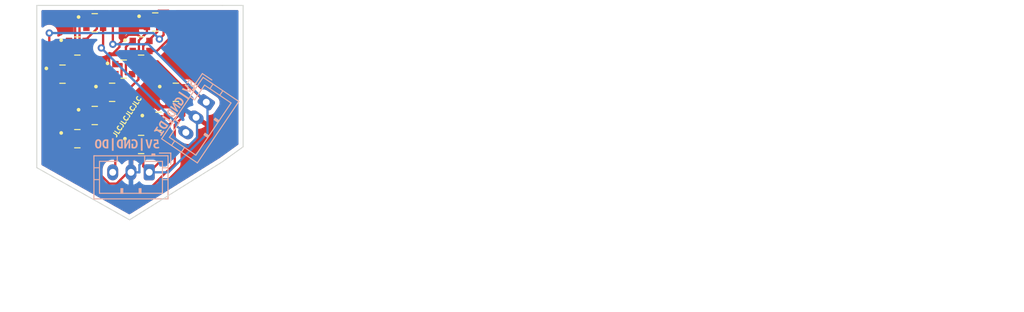
<source format=kicad_pcb>
(kicad_pcb (version 20211014) (generator pcbnew)
  (layers (0 "F.Cu" signal) (31 "B.Cu" signal) (34 "B.Paste" user) (35 "F.Paste" user) (36 "B.SilkS" user "B.Silkscreen") (37 "F.SilkS" user "F.Silkscreen") (38 "B.Mask" user) (39 "F.Mask" user) (44 "Edge.Cuts" user))
  (net 0 "")
  (net 1 "+5V")
  (net 2 "GND")
  (net 3 "Net-(IN1-Pad3)")
  (net 4 "Net-(OUT1-Pad3)")
  (net 5 "Net-(U1-Pad1)")
  (net 6 "Net-(U3-Pad1)")
  (net 7 "Net-(U5-Pad1)")
  (net 8 "Net-(U8-Pad1)")
  (net 9 "Net-(U10-Pad3)")
  (net 10 "Net-(U10-Pad1)")
  (net 11 "Net-(U11-Pad1)")
  (net 12 "Net-(U7-Pad1)")
  (net 13 "Net-(U2-Pad1)")
  (net 14 "Net-(U4-Pad1)")
  (net 15 "Net-(U6-Pad1)")
  (footprint "WS2812-2020:LED_WS2812-2020" (layer "F.Cu") (at 86.005 31.03)
    (fp_text reference "U4" hide)
    (fp_text value "WS2812-2020" hide)
    (fp_line (start -0.3 -1) (end 0.3 -1) (layer "F.SilkS") (width 0.127))
    (fp_line (start -0.3 1) (end 0.3 1) (layer "F.SilkS") (width 0.127))
    (fp_circle (center -1.77 -0.63) (end -1.667044 -0.63) (layer "F.SilkS") (width 0.2) (fill none))
    (pad "1" smd rect (at -0.915 -0.55) (size 0.7 0.7) (layers "F.Cu" "F.Paste" "F.Mask") (net 14 "Net-(U4-Pad1)"))
    (pad "2" smd rect (at -0.915 0.55) (size 0.7 0.7) (layers "F.Cu" "F.Paste" "F.Mask") (net 2 "GND"))
    (pad "3" smd rect (at 0.915 0.55 180) (size 0.7 0.7) (layers "F.Cu" "F.Paste" "F.Mask") (net 6 "Net-(U3-Pad1)"))
    (pad "4" smd rect (at 0.915 -0.55 180) (size 0.7 0.7) (layers "F.Cu" "F.Paste" "F.Mask") (net 1 "+5V"))
  )
  (footprint "WS2812-2020:LED_WS2812-2020" (layer "F.Cu") (at 86.36 41.91)
    (fp_text reference "U11" hide)
    (fp_text value "WS2812-2020" hide)
    (fp_line (start -0.3 1) (end 0.3 1) (layer "F.SilkS") (width 0.127))
    (fp_line (start -0.3 -1) (end 0.3 -1) (layer "F.SilkS") (width 0.127))
    (fp_circle (center -1.77 -0.63) (end -1.667044 -0.63) (layer "F.SilkS") (width 0.2) (fill none))
    (pad "1" smd rect (at -0.915 -0.55) (size 0.7 0.7) (layers "F.Cu" "F.Paste" "F.Mask") (net 11 "Net-(U11-Pad1)"))
    (pad "2" smd rect (at -0.915 0.55) (size 0.7 0.7) (layers "F.Cu" "F.Paste" "F.Mask") (net 2 "GND"))
    (pad "3" smd rect (at 0.915 0.55 180) (size 0.7 0.7) (layers "F.Cu" "F.Paste" "F.Mask") (net 10 "Net-(U10-Pad1)"))
    (pad "4" smd rect (at 0.915 -0.55 180) (size 0.7 0.7) (layers "F.Cu" "F.Paste" "F.Mask") (net 1 "+5V"))
  )
  (footprint "WS2812-2020:LED_WS2812-2020" (layer "F.Cu") (at 77.47 43.815)
    (fp_text reference "U9" hide)
    (fp_text value "WS2812-2020" hide)
    (fp_line (start -0.3 -1) (end 0.3 -1) (layer "F.SilkS") (width 0.127))
    (fp_line (start -0.3 1) (end 0.3 1) (layer "F.SilkS") (width 0.127))
    (fp_circle (center -1.77 -0.63) (end -1.667044 -0.63) (layer "F.SilkS") (width 0.2) (fill none))
    (pad "1" smd rect (at -0.915 -0.55) (size 0.7 0.7) (layers "F.Cu" "F.Paste" "F.Mask") (net 9 "Net-(U10-Pad3)"))
    (pad "2" smd rect (at -0.915 0.55) (size 0.7 0.7) (layers "F.Cu" "F.Paste" "F.Mask") (net 2 "GND"))
    (pad "3" smd rect (at 0.915 0.55 180) (size 0.7 0.7) (layers "F.Cu" "F.Paste" "F.Mask") (net 8 "Net-(U8-Pad1)"))
    (pad "4" smd rect (at 0.915 -0.55 180) (size 0.7 0.7) (layers "F.Cu" "F.Paste" "F.Mask") (net 1 "+5V"))
  )
  (footprint "WS2812-2020:LED_WS2812-2020" (layer "F.Cu") (at 79.375 31.115)
    (fp_text reference "U1" hide)
    (fp_text value "WS2812-2020" hide)
    (fp_line (start -0.3 -1) (end 0.3 -1) (layer "F.SilkS") (width 0.127))
    (fp_line (start -0.3 1) (end 0.3 1) (layer "F.SilkS") (width 0.127))
    (fp_circle (center -1.77 -0.63) (end -1.667044 -0.63) (layer "F.SilkS") (width 0.2) (fill none))
    (pad "1" smd rect (at -0.915 -0.55) (size 0.7 0.7) (layers "F.Cu" "F.Paste" "F.Mask") (net 5 "Net-(U1-Pad1)"))
    (pad "2" smd rect (at -0.915 0.55) (size 0.7 0.7) (layers "F.Cu" "F.Paste" "F.Mask") (net 2 "GND"))
    (pad "3" smd rect (at 0.915 0.55 180) (size 0.7 0.7) (layers "F.Cu" "F.Paste" "F.Mask") (net 3 "Net-(IN1-Pad3)"))
    (pad "4" smd rect (at 0.915 -0.55 180) (size 0.7 0.7) (layers "F.Cu" "F.Paste" "F.Mask") (net 1 "+5V"))
  )
  (footprint "WS2812-2020:LED_WS2812-2020" (layer "F.Cu") (at 84.455 33.655)
    (fp_text reference "U5" hide)
    (fp_text value "WS2812-2020" hide)
    (fp_line (start -0.3 1) (end 0.3 1) (layer "F.SilkS") (width 0.127))
    (fp_line (start -0.3 -1) (end 0.3 -1) (layer "F.SilkS") (width 0.127))
    (fp_circle (center -1.77 -0.63) (end -1.667044 -0.63) (layer "F.SilkS") (width 0.2) (fill none))
    (pad "1" smd rect (at -0.915 -0.55) (size 0.7 0.7) (layers "F.Cu" "F.Paste" "F.Mask") (net 7 "Net-(U5-Pad1)"))
    (pad "2" smd rect (at -0.915 0.55) (size 0.7 0.7) (layers "F.Cu" "F.Paste" "F.Mask") (net 2 "GND"))
    (pad "3" smd rect (at 0.915 0.55 180) (size 0.7 0.7) (layers "F.Cu" "F.Paste" "F.Mask") (net 14 "Net-(U4-Pad1)"))
    (pad "4" smd rect (at 0.915 -0.55 180) (size 0.7 0.7) (layers "F.Cu" "F.Paste" "F.Mask") (net 1 "+5V"))
  )
  (footprint "WS2812-2020:LED_WS2812-2020" (layer "F.Cu") (at 75.845 36.745)
    (fp_text reference "U3" hide)
    (fp_text value "WS2812-2020" hide)
    (fp_line (start -0.3 -1) (end 0.3 -1) (layer "F.SilkS") (width 0.127))
    (fp_line (start -0.3 1) (end 0.3 1) (layer "F.SilkS") (width 0.127))
    (fp_circle (center -1.77 -0.63) (end -1.667044 -0.63) (layer "F.SilkS") (width 0.2) (fill none))
    (pad "1" smd rect (at -0.915 -0.55) (size 0.7 0.7) (layers "F.Cu" "F.Paste" "F.Mask") (net 6 "Net-(U3-Pad1)"))
    (pad "2" smd rect (at -0.915 0.55) (size 0.7 0.7) (layers "F.Cu" "F.Paste" "F.Mask") (net 2 "GND"))
    (pad "3" smd rect (at 0.915 0.55 180) (size 0.7 0.7) (layers "F.Cu" "F.Paste" "F.Mask") (net 13 "Net-(U2-Pad1)"))
    (pad "4" smd rect (at 0.915 -0.55 180) (size 0.7 0.7) (layers "F.Cu" "F.Paste" "F.Mask") (net 1 "+5V"))
  )
  (footprint "WS2812-2020:LED_WS2812-2020" (layer "F.Cu") (at 79.375 41.275)
    (fp_text reference "U8" hide)
    (fp_text value "WS2812-2020" hide)
    (fp_line (start -0.3 1) (end 0.3 1) (layer "F.SilkS") (width 0.127))
    (fp_line (start -0.3 -1) (end 0.3 -1) (layer "F.SilkS") (width 0.127))
    (fp_circle (center -1.77 -0.63) (end -1.667044 -0.63) (layer "F.SilkS") (width 0.2) (fill none))
    (pad "1" smd rect (at -0.915 -0.55) (size 0.7 0.7) (layers "F.Cu" "F.Paste" "F.Mask") (net 8 "Net-(U8-Pad1)"))
    (pad "2" smd rect (at -0.915 0.55) (size 0.7 0.7) (layers "F.Cu" "F.Paste" "F.Mask") (net 2 "GND"))
    (pad "3" smd rect (at 0.915 0.55 180) (size 0.7 0.7) (layers "F.Cu" "F.Paste" "F.Mask") (net 12 "Net-(U7-Pad1)"))
    (pad "4" smd rect (at 0.915 -0.55 180) (size 0.7 0.7) (layers "F.Cu" "F.Paste" "F.Mask") (net 1 "+5V"))
  )
  (footprint "WS2812-2020:LED_WS2812-2020" (layer "F.Cu") (at 88.265 38.735)
    (fp_text reference "U10" hide)
    (fp_text value "WS2812-2020" hide)
    (fp_line (start -0.3 1) (end 0.3 1) (layer "F.SilkS") (width 0.127))
    (fp_line (start -0.3 -1) (end 0.3 -1) (layer "F.SilkS") (width 0.127))
    (fp_circle (center -1.77 -0.63) (end -1.667044 -0.63) (layer "F.SilkS") (width 0.2) (fill none))
    (pad "1" smd rect (at -0.915 -0.55) (size 0.7 0.7) (layers "F.Cu" "F.Paste" "F.Mask") (net 10 "Net-(U10-Pad1)"))
    (pad "2" smd rect (at -0.915 0.55) (size 0.7 0.7) (layers "F.Cu" "F.Paste" "F.Mask") (net 2 "GND"))
    (pad "3" smd rect (at 0.915 0.55 180) (size 0.7 0.7) (layers "F.Cu" "F.Paste" "F.Mask") (net 9 "Net-(U10-Pad3)"))
    (pad "4" smd rect (at 0.915 -0.55 180) (size 0.7 0.7) (layers "F.Cu" "F.Paste" "F.Mask") (net 1 "+5V"))
  )
  (footprint "WS2812-2020:LED_WS2812-2020" (layer "F.Cu") (at 84.455 44.45)
    (fp_text reference "U12" hide)
    (fp_text value "WS2812-2020" hide)
    (fp_line (start -0.3 -1) (end 0.3 -1) (layer "F.SilkS") (width 0.127))
    (fp_line (start -0.3 1) (end 0.3 1) (layer "F.SilkS") (width 0.127))
    (fp_circle (center -1.77 -0.63) (end -1.667044 -0.63) (layer "F.SilkS") (width 0.2) (fill none))
    (pad "1" smd rect (at -0.915 -0.55) (size 0.7 0.7) (layers "F.Cu" "F.Paste" "F.Mask") (net 4 "Net-(OUT1-Pad3)"))
    (pad "2" smd rect (at -0.915 0.55) (size 0.7 0.7) (layers "F.Cu" "F.Paste" "F.Mask") (net 2 "GND"))
    (pad "3" smd rect (at 0.915 0.55 180) (size 0.7 0.7) (layers "F.Cu" "F.Paste" "F.Mask") (net 11 "Net-(U11-Pad1)"))
    (pad "4" smd rect (at 0.915 -0.55 180) (size 0.7 0.7) (layers "F.Cu" "F.Paste" "F.Mask") (net 1 "+5V"))
  )
  (footprint "WS2812-2020:LED_WS2812-2020" (layer "F.Cu") (at 81.28 38.735)
    (fp_text reference "U7" hide)
    (fp_text value "WS2812-2020" hide)
    (fp_line (start -0.3 1) (end 0.3 1) (layer "F.SilkS") (width 0.127))
    (fp_line (start -0.3 -1) (end 0.3 -1) (layer "F.SilkS") (width 0.127))
    (fp_circle (center -1.77 -0.63) (end -1.667044 -0.63) (layer "F.SilkS") (width 0.2) (fill none))
    (pad "1" smd rect (at -0.915 -0.55) (size 0.7 0.7) (layers "F.Cu" "F.Paste" "F.Mask") (net 12 "Net-(U7-Pad1)"))
    (pad "2" smd rect (at -0.915 0.55) (size 0.7 0.7) (layers "F.Cu" "F.Paste" "F.Mask") (net 2 "GND"))
    (pad "3" smd rect (at 0.915 0.55 180) (size 0.7 0.7) (layers "F.Cu" "F.Paste" "F.Mask") (net 15 "Net-(U6-Pad1)"))
    (pad "4" smd rect (at 0.915 -0.55 180) (size 0.7 0.7) (layers "F.Cu" "F.Paste" "F.Mask") (net 1 "+5V"))
  )
  (footprint "WS2812-2020:LED_WS2812-2020" (layer "F.Cu") (at 77.47 33.655)
    (fp_text reference "U2" hide)
    (fp_text value "WS2812-2020" hide)
    (fp_line (start -0.3 -1) (end 0.3 -1) (layer "F.SilkS") (width 0.127))
    (fp_line (start -0.3 1) (end 0.3 1) (layer "F.SilkS") (width 0.127))
    (fp_circle (center -1.77 -0.63) (end -1.667044 -0.63) (layer "F.SilkS") (width 0.2) (fill none))
    (pad "1" smd rect (at -0.915 -0.55) (size 0.7 0.7) (layers "F.Cu" "F.Paste" "F.Mask") (net 13 "Net-(U2-Pad1)"))
    (pad "2" smd rect (at -0.915 0.55) (size 0.7 0.7) (layers "F.Cu" "F.Paste" "F.Mask") (net 2 "GND"))
    (pad "3" smd rect (at 0.915 0.55 180) (size 0.7 0.7) (layers "F.Cu" "F.Paste" "F.Mask") (net 5 "Net-(U1-Pad1)"))
    (pad "4" smd rect (at 0.915 -0.55 180) (size 0.7 0.7) (layers "F.Cu" "F.Paste" "F.Mask") (net 1 "+5V"))
  )
  (footprint "WS2812-2020:LED_WS2812-2020" (layer "F.Cu") (at 82.55 36.195)
    (fp_text reference "U6" hide)
    (fp_text value "WS2812-2020" hide)
    (fp_line (start -0.3 1) (end 0.3 1) (layer "F.SilkS") (width 0.127))
    (fp_line (start -0.3 -1) (end 0.3 -1) (layer "F.SilkS") (width 0.127))
    (fp_circle (center -1.77 -0.63) (end -1.667044 -0.63) (layer "F.SilkS") (width 0.2) (fill none))
    (pad "1" smd rect (at -0.915 -0.55) (size 0.7 0.7) (layers "F.Cu" "F.Paste" "F.Mask") (net 15 "Net-(U6-Pad1)"))
    (pad "2" smd rect (at -0.915 0.55) (size 0.7 0.7) (layers "F.Cu" "F.Paste" "F.Mask") (net 2 "GND"))
    (pad "3" smd rect (at 0.915 0.55 180) (size 0.7 0.7) (layers "F.Cu" "F.Paste" "F.Mask") (net 7 "Net-(U5-Pad1)"))
    (pad "4" smd rect (at 0.915 -0.55 180) (size 0.7 0.7) (layers "F.Cu" "F.Paste" "F.Mask") (net 1 "+5V"))
  )
  (footprint "kibuzzard-62A46BC2" (layer "B.Cu") (at 88.265 40.386 -124)
    (fp_text reference "kibuzzard-62A46BC2" hide)
    (fp_text value "G***" hide)
    (fp_poly (pts (xy -0.681038 0.411163) (xy -0.798513 0.385763) (xy -0.877094 0.315119) (xy -0.921544 0.207169) (xy -0.931664 0.141089) (xy -0.935038 0.068263) (xy -0.928864 -0.038894) (xy -0.910343 -0.125413) (xy -0.879475 -0.191294) (xy -0.810816 -0.253802) (xy -0.715963 -0.274638) (xy -0.677863 -0.27305) (xy -0.639763 -0.268288) (xy -0.639763 0.090488) (xy -0.4445 0.090488) (xy -0.4445 -0.40005) (xy -0.553244 -0.428625) (xy -0.634802 -0.440531) (xy -0.731838 -0.4445) (xy -0.819348 -0.436364) (xy -0.897731 -0.411956) (xy -0.966192 -0.371475) (xy -1.023938 -0.315119) (xy -1.070372 -0.242888) (xy -1.1049 -0.154781) (xy -1.126331 -0.050998) (xy -1.133475 0.068263) (xy -1.125141 0.186333) (xy -1.100138 0.289719) (xy -1.060847 0.378023) (xy -1.00965 0.45085) (xy -0.947341 0.507802) (xy -0.874713 0.548481) (xy -0.794147 0.572889) (xy -0.708025 0.581025) (xy -0.605631 0.572294) (xy -0.52705 0.55245) (xy -0.472281 0.528638) (xy -0.439738 0.509588) (xy -0.490538 0.354013) (xy -0.576263 0.3937) (xy -0.681038 0.411163)) (layer "B.SilkS") (width 0) (fill solid))
    (fp_poly (pts (xy -1.67005 0.6858) (xy -1.4732 0.6858) (xy -1.4732 -0.6858) (xy -1.67005 -0.6858) (xy -1.67005 0.6858)) (layer "B.SilkS") (width 0) (fill solid))
    (fp_poly (pts (xy -2.468563 -0.423863) (xy -2.507853 -0.307181) (xy -2.549525 -0.176213) (xy -2.577571 -0.084226) (xy -2.604558 0.007585) (xy -2.630488 0.099219) (xy -2.655006 0.189089) (xy -2.67776 0.275608) (xy -2.69875 0.358775) (xy -2.724944 0.4699) (xy -2.7432 0.5588) (xy -2.536825 0.5588) (xy -2.524919 0.476448) (xy -2.50825 0.381794) (xy -2.488208 0.2794) (xy -2.466181 0.173831) (xy -2.442369 0.067469) (xy -2.416969 -0.037306) (xy -2.390973 -0.13593) (xy -2.365375 -0.223838) (xy -2.339975 -0.13712) (xy -2.314575 -0.038894) (xy -2.289969 0.065881) (xy -2.26695 0.172244) (xy -2.245519 0.278011) (xy -2.225675 0.381) (xy -2.208213 0.47625) (xy -2.193925 0.5588) (xy -1.989138 0.5588) (xy -2.01037 0.457994) (xy -2.035969 0.346075) (xy -2.065734 0.225623) (xy -2.099469 0.099219) (xy -2.124075 0.012435) (xy -2.150269 -0.075406) (xy -2.17805 -0.164306) (xy -2.206978 -0.252765) (xy -2.236611 -0.339284) (xy -2.26695 -0.423863) (xy -2.468563 -0.423863)) (layer "B.SilkS") (width 0) (fill solid))
    (fp_poly (pts (xy 2.74955 0.068263) (xy 2.499519 -0.17145) (xy 2.539206 -0.065881) (xy 2.548136 -0.001786) (xy 2.551113 0.068263) (xy 2.541588 0.192088) (xy 2.50825 0.29845) (xy 2.443163 0.372269) (xy 2.3368 0.40005) (xy 2.308225 0.399256) (xy 2.27965 0.395288) (xy 2.27965 -0.265113) (xy 2.297113 -0.2667) (xy 2.314575 -0.2667) (xy 2.426494 -0.2413) (xy 2.499519 -0.17145) (xy 2.74955 0.068263) (xy 2.741017 -0.058142) (xy 2.715419 -0.164306) (xy 2.674739 -0.25142) (xy 2.620963 -0.320675) (xy 2.554883 -0.372864) (xy 2.477294 -0.408781) (xy 2.389783 -0.429617) (xy 2.293938 -0.436563) (xy 2.191544 -0.431006) (xy 2.084388 -0.41275) (xy 2.084388 0.5461) (xy 2.2098 0.56515) (xy 2.319338 0.569913) (xy 2.412008 0.562769) (xy 2.496344 0.541338) (xy 2.570361 0.504627) (xy 2.632075 0.451644) (xy 2.681486 0.382191) (xy 2.718594 0.296069) (xy 2.741811 0.191889) (xy 2.74955 0.068263)) (layer "B.SilkS") (width 0) (fill solid))
    (fp_poly (pts (xy 2.878138 -0.423863) (xy 2.878138 -0.261938) (xy 3.09245 -0.261938) (xy 3.09245 0.396875) (xy 2.878138 0.396875) (xy 2.878138 0.5588) (xy 3.502025 0.5588) (xy 3.502025 0.396875) (xy 3.2893 0.396875) (xy 3.2893 -0.261938) (xy 3.502025 -0.261938) (xy 3.502025 -0.423863) (xy 2.878138 -0.423863)) (layer "B.SilkS") (width 0) (fill solid))
    (fp_poly (pts (xy 1.50495 0.6858) (xy 1.7018 0.6858) (xy 1.7018 -0.6858) (xy 1.50495 -0.6858) (xy 1.50495 0.6858)) (layer "B.SilkS") (width 0) (fill solid))
    (fp_poly (pts (xy 1.16205 0.068263) (xy 0.912019 -0.17145) (xy 0.951706 -0.065881) (xy 0.960636 -0.001786) (xy 0.963613 0.068263) (xy 0.954088 0.192088) (xy 0.92075 0.29845) (xy 0.855663 0.372269) (xy 0.7493 0.40005) (xy 0.720725 0.399256) (xy 0.69215 0.395288) (xy 0.69215 -0.265113) (xy 0.709613 -0.2667) (xy 0.727075 -0.2667) (xy 0.838994 -0.2413) (xy 0.912019 -0.17145) (xy 1.16205 0.068263) (xy 1.153517 -0.058142) (xy 1.127919 -0.164306) (xy 1.087239 -0.25142) (xy 1.033463 -0.320675) (xy 0.967383 -0.372864) (xy 0.889794 -0.408781) (xy 0.802283 -0.429617) (xy 0.706438 -0.436563) (xy 0.604044 -0.431006) (xy 0.496888 -0.41275) (xy 0.496888 0.5461) (xy 0.6223 0.56515) (xy 0.731838 0.569913) (xy 0.824508 0.562769) (xy 0.908844 0.541338) (xy 0.982861 0.504627) (xy 1.044575 0.451644) (xy 1.093986 0.382191) (xy 1.131094 0.296069) (xy 1.154311 0.191889) (xy 1.16205 0.068263)) (layer "B.SilkS") (width 0) (fill solid))
    (fp_poly (pts (xy 0.180975 -0.423863) (xy 0.135202 -0.314942) (xy 0.086783 -0.206199) (xy 0.035719 -0.097631) (xy -0.017992 0.010936) (xy -0.074348 0.11968) (xy -0.13335 0.2286) (xy -0.13335 -0.423863) (xy -0.309563 -0.423863) (xy -0.309563 0.5588) (xy -0.1524 0.5588) (xy -0.10795 0.485973) (xy -0.0635 0.407194) (xy -0.019645 0.325636) (xy 0.023019 0.244475) (xy 0.0635 0.164703) (xy 0.100806 0.087313) (xy 0.133945 0.015875) (xy 0.161925 -0.046038) (xy 0.161925 0.5588) (xy 0.338138 0.5588) (xy 0.338138 -0.423863) (xy 0.180975 -0.423863)) (layer "B.SilkS") (width 0) (fill solid))
    (fp_poly (pts (xy -3.048 -0.134938) (xy -3.061494 -0.059531) (xy -3.115469 -0.000794) (xy -3.230563 0.037306) (xy -3.316684 0.047427) (xy -3.425825 0.0508) (xy -3.411538 0.182761) (xy -3.400425 0.311944) (xy -3.392091 0.437555) (xy -3.386138 0.5588) (xy -2.884488 0.5588) (xy -2.884488 0.396875) (xy -3.222625 0.396875) (xy -3.230563 0.290513) (xy -3.2385 0.200025) (xy -3.118379 0.183797) (xy -3.020483 0.152047) (xy -2.944813 0.104775) (xy -2.891014 0.042333) (xy -2.858735 -0.034925) (xy -2.847975 -0.127) (xy -2.871788 -0.253206) (xy -2.944813 -0.354013) (xy -2.999978 -0.392113) (xy -3.06705 -0.420688) (xy -3.146028 -0.438547) (xy -3.236913 -0.4445) (xy -3.3147 -0.439738) (xy -3.3909 -0.427831) (xy -3.456781 -0.411163) (xy -3.502025 -0.3937) (xy -3.462338 -0.231775) (xy -3.373438 -0.263525) (xy -3.312716 -0.274241) (xy -3.2385 -0.277813) (xy -3.144044 -0.265113) (xy -3.085306 -0.232569) (xy -3.055938 -0.187325) (xy -3.048 -0.134938)) (layer "B.SilkS") (width 0) (fill solid))
  )
  (footprint "Connector_JST:JST_PH_B3B-PH-K_1x03_P2.00mm_Vertical" (layer "B.Cu") (at 85.344 47.498 180)
    (fp_text reference "OUT1" hide)
    (fp_text value "Conn_01x03" hide)
    (fp_line (start -2.06 1.81) (end -2.06 -2.91) (layer "B.SilkS") (width 0.12))
    (fp_line (start 6.06 0.5) (end 5.45 0.5) (layer "B.SilkS") (width 0.12))
    (fp_line (start 0.9 -1.8) (end 1.1 -1.8) (layer "B.SilkS") (width 0.12))
    (fp_line (start -0.3 1.81) (end -0.3 2.01) (layer "B.SilkS") (width 0.12))
    (fp_line (start 0.9 -2.3) (end 0.9 -1.8) (layer "B.SilkS") (width 0.12))
    (fp_line (start 0.5 1.81) (end 0.5 1.2) (layer "B.SilkS") (width 0.12))
    (fp_line (start -0.3 1.91) (end -0.6 1.91) (layer "B.SilkS") (width 0.12))
    (fp_line (start -1.45 1.2) (end -1.45 -2.3) (layer "B.SilkS") (width 0.12))
    (fp_line (start -2.06 -2.91) (end 6.06 -2.91) (layer "B.SilkS") (width 0.12))
    (fp_line (start -2.06 0.5) (end -1.45 0.5) (layer "B.SilkS") (width 0.12))
    (fp_line (start 3.5 1.2) (end 3.5 1.81) (layer "B.SilkS") (width 0.12))
    (fp_line (start -1.11 2.11) (end -2.36 2.11) (layer "B.SilkS") (width 0.12))
    (fp_line (start 2.9 -1.8) (end 3.1 -1.8) (layer "B.SilkS") (width 0.12))
    (fp_line (start 1.1 -1.8) (end 1.1 -2.3) (layer "B.SilkS") (width 0.12))
    (fp_line (start 0.5 1.2) (end -1.45 1.2) (layer "B.SilkS") (width 0.12))
    (fp_line (start -0.3 2.01) (end -0.6 2.01) (layer "B.SilkS") (width 0.12))
    (fp_line (start -2.36 2.11) (end -2.36 0.86) (layer "B.SilkS") (width 0.12))
    (fp_line (start 2.9 -2.3) (end 2.9 -1.8) (layer "B.SilkS") (width 0.12))
    (fp_line (start 6.06 -0.8) (end 5.45 -0.8) (layer "B.SilkS") (width 0.12))
    (fp_line (start 5.45 1.2) (end 3.5 1.2) (layer "B.SilkS") (width 0.12))
    (fp_line (start 1 -2.3) (end 1 -1.8) (layer "B.SilkS") (width 0.12))
    (fp_line (start -2.06 -0.8) (end -1.45 -0.8) (layer "B.SilkS") (width 0.12))
    (fp_line (start 5.45 -2.3) (end 5.45 1.2) (layer "B.SilkS") (width 0.12))
    (fp_line (start -1.45 -2.3) (end 5.45 -2.3) (layer "B.SilkS") (width 0.12))
    (fp_line (start 6.06 -2.91) (end 6.06 1.81) (layer "B.SilkS") (width 0.12))
    (fp_line (start 6.06 1.81) (end -2.06 1.81) (layer "B.SilkS") (width 0.12))
    (fp_line (start 3.1 -1.8) (end 3.1 -2.3) (layer "B.SilkS") (width 0.12))
    (fp_line (start -0.6 2.01) (end -0.6 1.81) (layer "B.SilkS") (width 0.12))
    (fp_line (start 3 -2.3) (end 3 -1.8) (layer "B.SilkS") (width 0.12))
    (pad "1" thru_hole roundrect (at 0 0 180) (size 1.2 1.75) (drill 0.75) (layers *.Cu *.Mask) (roundrect_rratio 0.208333) (net 1 "+5V"))
    (pad "2" thru_hole oval (at 2 0 180) (size 1.2 1.75) (drill 0.75) (layers *.Cu *.Mask) (net 2 "GND"))
    (pad "3" thru_hole oval (at 4 0 180) (size 1.2 1.75) (drill 0.75) (layers *.Cu *.Mask) (net 4 "Net-(OUT1-Pad3)"))
  )
  (footprint "Connector_JST:JST_PH_B3B-PH-K_1x03_P2.00mm_Vertical" (layer "B.Cu") (at 91.5944 39.8174 -124)
    (fp_text reference "IN1" hide)
    (fp_text value "Conn_01x03" hide)
    (fp_line (start 6.06 -0.8) (end 5.45 -0.8) (layer "B.SilkS") (width 0.12))
    (fp_line (start -1.11 2.11) (end -2.36 2.11) (layer "B.SilkS") (width 0.12))
    (fp_line (start -2.06 1.81) (end -2.06 -2.91) (layer "B.SilkS") (width 0.12))
    (fp_line (start -2.06 0.5) (end -1.45 0.5) (layer "B.SilkS") (width 0.12))
    (fp_line (start -0.3 2.01) (end -0.6 2.01) (layer "B.SilkS") (width 0.12))
    (fp_line (start 2.9 -1.8) (end 3.1 -1.8) (layer "B.SilkS") (width 0.12))
    (fp_line (start 3.1 -1.8) (end 3.1 -2.3) (layer "B.SilkS") (width 0.12))
    (fp_line (start 0.5 1.2) (end -1.45 1.2) (layer "B.SilkS") (width 0.12))
    (fp_line (start 0.5 1.81) (end 0.5 1.2) (layer "B.SilkS") (width 0.12))
    (fp_line (start 1 -2.3) (end 1 -1.8) (layer "B.SilkS") (width 0.12))
    (fp_line (start 6.06 1.81) (end -2.06 1.81) (layer "B.SilkS") (width 0.12))
    (fp_line (start -0.3 1.91) (end -0.6 1.91) (layer "B.SilkS") (width 0.12))
    (fp_line (start 5.45 1.2) (end 3.5 1.2) (layer "B.SilkS") (width 0.12))
    (fp_line (start -1.45 -2.3) (end 5.45 -2.3) (layer "B.SilkS") (width 0.12))
    (fp_line (start -2.36 2.11) (end -2.36 0.86) (layer "B.SilkS") (width 0.12))
    (fp_line (start 1.1 -1.8) (end 1.1 -2.3) (layer "B.SilkS") (width 0.12))
    (fp_line (start 6.06 -2.91) (end 6.06 1.81) (layer "B.SilkS") (width 0.12))
    (fp_line (start 3 -2.3) (end 3 -1.8) (layer "B.SilkS") (width 0.12))
    (fp_line (start 3.5 1.2) (end 3.5 1.81) (layer "B.SilkS") (width 0.12))
    (fp_line (start 0.9 -1.8) (end 1.1 -1.8) (layer "B.SilkS") (width 0.12))
    (fp_line (start 5.45 -2.3) (end 5.45 1.2) (layer "B.SilkS") (width 0.12))
    (fp_line (start -2.06 -2.91) (end 6.06 -2.91) (layer "B.SilkS") (width 0.12))
    (fp_line (start -2.06 -0.8) (end -1.45 -0.8) (layer "B.SilkS") (width 0.12))
    (fp_line (start -1.45 1.2) (end -1.45 -2.3) (layer "B.SilkS") (width 0.12))
    (fp_line (start 2.9 -2.3) (end 2.9 -1.8) (layer "B.SilkS") (width 0.12))
    (fp_line (start 0.9 -2.3) (end 0.9 -1.8) (layer "B.SilkS") (width 0.12))
    (fp_line (start -0.3 1.81) (end -0.3 2.01) (layer "B.SilkS") (width 0.12))
    (fp_line (start 6.06 0.5) (end 5.45 0.5) (layer "B.SilkS") (width 0.12))
    (fp_line (start -0.6 2.01) (end -0.6 1.81) (layer "B.SilkS") (width 0.12))
    (pad "1" thru_hole roundrect (at 0 0 236) (size 1.2 1.75) (drill 0.75) (layers *.Cu *.Mask) (roundrect_rratio 0.208333) (net 1 "+5V"))
    (pad "2" thru_hole oval (at 2 0 236) (size 1.2 1.75) (drill 0.75) (layers *.Cu *.Mask) (net 2 "GND"))
    (pad "3" thru_hole oval (at 4 0 236) (size 1.2 1.75) (drill 0.75) (layers *.Cu *.Mask) (net 3 "Net-(IN1-Pad3)"))
  )
  (footprint "kibuzzard-62A46B00" (layer "B.Cu") (at 82.931 44.45 180)
    (fp_text reference "kibuzzard-62A46B00" hide)
    (fp_text value "G***" hide)
    (fp_poly (pts (xy -0.701675 0.411163) (xy -0.81915 0.385763) (xy -0.897731 0.315119) (xy -0.942181 0.207169) (xy -0.952302 0.141089) (xy -0.955675 0.068263) (xy -0.949501 -0.038894) (xy -0.930981 -0.125413) (xy -0.900113 -0.191294) (xy -0.831453 -0.253802) (xy -0.7366 -0.274638) (xy -0.6985 -0.27305) (xy -0.6604 -0.268288) (xy -0.6604 0.090488) (xy -0.465138 0.090488) (xy -0.465138 -0.40005) (xy -0.573881 -0.428625) (xy -0.655439 -0.440531) (xy -0.752475 -0.4445) (xy -0.839986 -0.436364) (xy -0.918369 -0.411956) (xy -0.98683 -0.371475) (xy -1.044575 -0.315119) (xy -1.091009 -0.242888) (xy -1.125538 -0.154781) (xy -1.146969 -0.050998) (xy -1.154113 0.068263) (xy -1.145778 0.186333) (xy -1.120775 0.289719) (xy -1.081484 0.378023) (xy -1.030288 0.45085) (xy -0.967978 0.507802) (xy -0.89535 0.548481) (xy -0.814784 0.572889) (xy -0.728663 0.581025) (xy -0.626269 0.572294) (xy -0.547688 0.55245) (xy -0.492919 0.528638) (xy -0.460375 0.509588) (xy -0.511175 0.354013) (xy -0.5969 0.3937) (xy -0.701675 0.411163)) (layer "B.SilkS") (width 0) (fill solid))
    (fp_poly (pts (xy 2.814638 0.068263) (xy 3.013075 0.068263) (xy 3.014464 -0.000992) (xy 3.018631 -0.065881) (xy 3.040856 -0.174625) (xy 3.087688 -0.24765) (xy 3.16865 -0.274638) (xy 3.248819 -0.24765) (xy 3.296444 -0.173831) (xy 3.318669 -0.065088) (xy 3.322836 -0.000794) (xy 3.324225 0.068263) (xy 3.322836 0.137517) (xy 3.318669 0.202406) (xy 3.296444 0.31115) (xy 3.249613 0.384175) (xy 3.16865 0.411163) (xy 3.087688 0.384175) (xy 3.040856 0.310356) (xy 3.018631 0.201613) (xy 3.014464 0.137319) (xy 3.013075 0.068263) (xy 2.814638 0.068263) (xy 2.820491 0.187474) (xy 2.838053 0.291108) (xy 2.867323 0.379164) (xy 2.9083 0.451644) (xy 2.978856 0.523522) (xy 3.065639 0.566649) (xy 3.16865 0.581025) (xy 3.274836 0.566649) (xy 3.362678 0.523522) (xy 3.432175 0.451644) (xy 3.471763 0.379164) (xy 3.500041 0.291108) (xy 3.517007 0.187474) (xy 3.522663 0.068263) (xy 3.516908 -0.050949) (xy 3.499644 -0.154583) (xy 3.47087 -0.242639) (xy 3.430588 -0.315119) (xy 3.360738 -0.386997) (xy 3.273954 -0.430124) (xy 3.170238 -0.4445) (xy 3.063963 -0.430124) (xy 2.975857 -0.386997) (xy 2.905919 -0.315119) (xy 2.865983 -0.242639) (xy 2.837458 -0.154583) (xy 2.820343 -0.050949) (xy 2.814638 0.068263)) (layer "B.SilkS") (width 0) (fill solid))
    (fp_poly (pts (xy -3.068638 -0.134938) (xy -3.082131 -0.059531) (xy -3.136106 -0.000794) (xy -3.2512 0.037306) (xy -3.337322 0.047427) (xy -3.446463 0.0508) (xy -3.432175 0.182761) (xy -3.421063 0.311944) (xy -3.412728 0.437555) (xy -3.406775 0.5588) (xy -2.905125 0.5588) (xy -2.905125 0.396875) (xy -3.243263 0.396875) (xy -3.2512 0.290513) (xy -3.259138 0.200025) (xy -3.139017 0.183797) (xy -3.041121 0.152047) (xy -2.96545 0.104775) (xy -2.911651 0.042333) (xy -2.879372 -0.034925) (xy -2.868613 -0.127) (xy -2.892425 -0.253206) (xy -2.96545 -0.354013) (xy -3.020616 -0.392113) (xy -3.087688 -0.420688) (xy -3.166666 -0.438547) (xy -3.25755 -0.4445) (xy -3.335338 -0.439738) (xy -3.411538 -0.427831) (xy -3.477419 -0.411163) (xy -3.522663 -0.3937) (xy -3.482975 -0.231775) (xy -3.394075 -0.263525) (xy -3.333353 -0.274241) (xy -3.259138 -0.277813) (xy -3.164681 -0.265113) (xy -3.105944 -0.232569) (xy -3.076575 -0.187325) (xy -3.068638 -0.134938)) (layer "B.SilkS") (width 0) (fill solid))
    (fp_poly (pts (xy 1.141413 0.068263) (xy 0.891381 -0.17145) (xy 0.931069 -0.065881) (xy 0.939998 -0.001786) (xy 0.942975 0.068263) (xy 0.93345 0.192088) (xy 0.900113 0.29845) (xy 0.835025 0.372269) (xy 0.728663 0.40005) (xy 0.700088 0.399256) (xy 0.671513 0.395288) (xy 0.671513 -0.265113) (xy 0.688975 -0.2667) (xy 0.706438 -0.2667) (xy 0.818356 -0.2413) (xy 0.891381 -0.17145) (xy 1.141413 0.068263) (xy 1.13288 -0.058142) (xy 1.107281 -0.164306) (xy 1.066602 -0.25142) (xy 1.012825 -0.320675) (xy 0.946745 -0.372864) (xy 0.869156 -0.408781) (xy 0.781645 -0.429617) (xy 0.6858 -0.436563) (xy 0.583406 -0.431006) (xy 0.47625 -0.41275) (xy 0.47625 0.5461) (xy 0.601663 0.56515) (xy 0.7112 0.569913) (xy 0.80387 0.562769) (xy 0.888206 0.541338) (xy 0.962223 0.504627) (xy 1.023938 0.451644) (xy 1.073348 0.382191) (xy 1.110456 0.296069) (xy 1.133673 0.191889) (xy 1.141413 0.068263)) (layer "B.SilkS") (width 0) (fill solid))
    (fp_poly (pts (xy 2.728913 0.068263) (xy 2.478881 -0.17145) (xy 2.518569 -0.065881) (xy 2.527498 -0.001786) (xy 2.530475 0.068263) (xy 2.52095 0.192088) (xy 2.487613 0.29845) (xy 2.422525 0.372269) (xy 2.316163 0.40005) (xy 2.287588 0.399256) (xy 2.259013 0.395288) (xy 2.259013 -0.265113) (xy 2.276475 -0.2667) (xy 2.293938 -0.2667) (xy 2.405856 -0.2413) (xy 2.478881 -0.17145) (xy 2.728913 0.068263) (xy 2.72038 -0.058142) (xy 2.694781 -0.164306) (xy 2.654102 -0.25142) (xy 2.600325 -0.320675) (xy 2.534245 -0.372864) (xy 2.456656 -0.408781) (xy 2.369145 -0.429617) (xy 2.2733 -0.436563) (xy 2.170906 -0.431006) (xy 2.06375 -0.41275) (xy 2.06375 0.5461) (xy 2.189163 0.56515) (xy 2.2987 0.569913) (xy 2.39137 0.562769) (xy 2.475706 0.541338) (xy 2.549723 0.504627) (xy 2.611438 0.451644) (xy 2.660848 0.382191) (xy 2.697956 0.296069) (xy 2.721173 0.191889) (xy 2.728913 0.068263)) (layer "B.SilkS") (width 0) (fill solid))
    (fp_poly (pts (xy -1.690688 0.6858) (xy -1.493838 0.6858) (xy -1.493838 -0.6858) (xy -1.690688 -0.6858) (xy -1.690688 0.6858)) (layer "B.SilkS") (width 0) (fill solid))
    (fp_poly (pts (xy 0.160338 -0.423863) (xy 0.114565 -0.314942) (xy 0.066146 -0.206199) (xy 0.015081 -0.097631) (xy -0.038629 0.010936) (xy -0.094985 0.11968) (xy -0.153988 0.2286) (xy -0.153988 -0.423863) (xy -0.3302 -0.423863) (xy -0.3302 0.5588) (xy -0.173038 0.5588) (xy -0.128588 0.485973) (xy -0.084138 0.407194) (xy -0.040283 0.325636) (xy 0.002381 0.244475) (xy 0.042863 0.164703) (xy 0.080169 0.087313) (xy 0.113308 0.015875) (xy 0.141288 -0.046038) (xy 0.141288 0.5588) (xy 0.3175 0.5588) (xy 0.3175 -0.423863) (xy 0.160338 -0.423863)) (layer "B.SilkS") (width 0) (fill solid))
    (fp_poly (pts (xy -2.4892 -0.423863) (xy -2.528491 -0.307181) (xy -2.570163 -0.176213) (xy -2.598208 -0.084226) (xy -2.625196 0.007585) (xy -2.651125 0.099219) (xy -2.675643 0.189089) (xy -2.698397 0.275608) (xy -2.719388 0.358775) (xy -2.745581 0.4699) (xy -2.763838 0.5588) (xy -2.557463 0.5588) (xy -2.545556 0.476448) (xy -2.528888 0.381794) (xy -2.508845 0.2794) (xy -2.486819 0.173831) (xy -2.463006 0.067469) (xy -2.437606 -0.037306) (xy -2.411611 -0.13593) (xy -2.386013 -0.223838) (xy -2.360613 -0.13712) (xy -2.335213 -0.038894) (xy -2.310606 0.065881) (xy -2.287588 0.172244) (xy -2.266156 0.278011) (xy -2.246313 0.381) (xy -2.22885 0.47625) (xy -2.214563 0.5588) (xy -2.009775 0.5588) (xy -2.031008 0.457994) (xy -2.056606 0.346075) (xy -2.086372 0.225623) (xy -2.120106 0.099219) (xy -2.144713 0.012435) (xy -2.170906 -0.075406) (xy -2.198688 -0.164306) (xy -2.227615 -0.252765) (xy -2.257249 -0.339284) (xy -2.287588 -0.423863) (xy -2.4892 -0.423863)) (layer "B.SilkS") (width 0) (fill solid))
    (fp_poly (pts (xy 1.484313 0.6858) (xy 1.681163 0.6858) (xy 1.681163 -0.6858) (xy 1.484313 -0.6858) (xy 1.484313 0.6858)) (layer "B.SilkS") (width 0) (fill solid))
  )
  (gr_line (start 93.345 46.355) (end 95.631 44.704) (layer "Edge.Cuts") (width 0.1))
  (gr_line (start 73.025 29.21) (end 93.345 29.21) (layer "Edge.Cuts") (width 0.1))
  (gr_line (start 95.631 44.704) (end 95.631 29.21) (layer "Edge.Cuts") (width 0.1))
  (gr_line (start 73.025 46.99) (end 73.025 29.21) (layer "Edge.Cuts") (width 0.1))
  (gr_line (start 93.345 46.355) (end 83.185 52.705) (layer "Edge.Cuts") (width 0.1))
  (gr_line (start 83.185 52.705) (end 73.025 46.99) (layer "Edge.Cuts") (width 0.1))
  (gr_line (start 95.631 29.21) (end 93.345 29.21) (layer "Edge.Cuts") (width 0.1))
  (gr_text "JLCJLCJLCJLC" (at 82.931 41.402 57) (layer "F.SilkS") (effects (font (size 0.5 0.5) (thickness 0.125))))
  (segment (start 79.0604 33.6678) (end 78.385 32.9924) (width 0.25) (layer "F.Cu") (net 1))
  (segment (start 86.2157 31.0444) (end 86.2157 32.1213) (width 0.25) (layer "F.Cu") (net 1))
  (segment (start 78.2979 35.5197) (end 79.0604 34.7572) (width 0.25) (layer "F.Cu") (net 1))
  (segment (start 86.2532 35.3426) (end 84.6833 35.3426) (width 0.25) (layer "F.Cu") (net 1))
  (segment (start 85.2319 33.105) (end 85.37 33.105) (width 0.25) (layer "F.Cu") (net 1))
  (segment (start 78.385 32.9924) (end 78.385 32.8799) (width 0.25) (layer "F.Cu") (net 1))
  (segment (start 82.195 38.185) (end 82.332 38.185) (width 0.25) (layer "F.Cu") (net 1))
  (segment (start 86.7801 30.48) (end 86.2157 31.0444) (width 0.25) (layer "F.Cu") (net 1))
  (segment (start 84.6833 35.3426) (end 84.6833 33.6536) (width 0.25) (layer "F.Cu") (net 1))
  (segment (start 79.0604 34.7572) (end 79.0604 33.6678) (width 0.25) (layer "F.Cu") (net 1))
  (segment (start 89.18 38.185) (end 89.8553 38.185) (width 0.25) (layer "F.Cu") (net 1))
  (segment (start 82.88 38.733) (end 82.88 39.8354) (width 0.25) (layer "F.Cu") (net 1))
  (segment (start 86.92 30.48) (end 86.7801 30.48) (width 0.25) (layer "F.Cu") (net 1))
  (segment (start 76.76 36.195) (end 76.76 35.5197) (width 0.25) (layer "F.Cu") (net 1))
  (segment (start 89.0956 38.185) (end 86.2532 35.3426) (width 0.25) (layer "F.Cu") (net 1))
  (segment (start 84.6946 46.8486) (end 84.6946 44.2378) (width 0.25) (layer "F.Cu") (net 1))
  (segment (start 85.37 32.967) (end 85.37 33.105) (width 0.25) (layer "F.Cu") (net 1))
  (segment (start 84.3612 35.3426) (end 84.1652 35.5386) (width 0.25) (layer "F.Cu") (net 1))
  (segment (start 88.8424 38.185) (end 89.0956 38.185) (width 0.25) (layer "F.Cu") (net 1))
  (segment (start 78.385 33.105) (end 78.385 32.9924) (width 0.25) (layer "F.Cu") (net 1))
  (segment (start 83.465 34.9697) (end 83.5963 34.9697) (width 0.25) (layer "F.Cu") (net 1))
  (segment (start 85.344 47.498) (end 86.5997 46.2423) (width 0.25) (layer "F.Cu") (net 1))
  (segment (start 86.5997 46.2423) (end 86.5997 41.36) (width 0.25) (layer "F.Cu") (net 1))
  (segment (start 83.465 35.645) (end 83.465 34.9697) (width 0.25) (layer "F.Cu") (net 1))
  (segment (start 85.37 43.9) (end 85.0324 43.9) (width 0.25) (layer "F.Cu") (net 1))
  (segment (start 79.6147 31.7627) (end 78.385 32.9924) (width 0.25) (layer "F.Cu") (net 1))
  (segment (start 86.2157 32.1213) (end 85.37 32.967) (width 0.25) (layer "F.Cu") (net 1))
  (segment (start 80.29 40.725) (end 80.9653 40.725) (width 0.25) (layer "F.Cu") (net 1))
  (segment (start 84.6833 35.3426) (end 84.3612 35.3426) (width 0.25) (layer "F.Cu") (net 1))
  (segment (start 81.4779 41.2375) (end 80.9653 40.725) (width 0.25) (layer "F.Cu") (net 1))
  (segment (start 80.3622 30.565) (end 80.29 30.565) (width 0.25) (layer "F.Cu") (net 1))
  (segment (start 82.88 39.8354) (end 81.4779 41.2375) (width 0.25) (layer "F.Cu") (net 1))
  (segment (start 87.275 41.36) (end 86.5997 41.36) (width 0.25) (layer "F.Cu") (net 1))
  (segment (start 81.3596 33.4669) (end 81.3596 31.5624) (width 0.25) (layer "F.Cu") (net 1))
  (segment (start 84.1652 37.326) (end 82.8191 38.6721) (width 0.25) (layer "F.Cu") (net 1))
  (segment (start 78.385 43.265) (end 80.0655 43.265) (width 0.25) (layer "F.Cu") (net 1))
  (segment (start 83.5963 34.9697) (end 84.1652 35.5386) (width 0.25) (layer "F.Cu") (net 1))
  (segment (start 89.0956 38.185) (end 89.18 38.185) (width 0.25) (layer "F.Cu") (net 1))
  (segment (start 81.4779 41.2376) (end 81.4779 41.2375) (width 0.25) (layer "F.Cu") (net 1))
  (segment (start 81.4779 41.8526) (end 81.4779 41.2376) (width 0.25) (layer "F.Cu") (net 1))
  (segment (start 82.332 38.185) (end 82.8191 38.6721) (width 0.25) (layer "F.Cu") (net 1))
  (segment (start 84.6946 44.2378) (end 85.0324 43.9) (width 0.25) (layer "F.Cu") (net 1))
  (segment (start 81.3596 31.5624) (end 80.3622 30.565) (width 0.25) (layer "F.Cu") (net 1))
  (segment (start 80.0655 43.265) (end 81.4779 41.8526) (width 0.25) (layer "F.Cu") (net 1))
  (segment (start 89.8553 38.185) (end 91.4877 39.8174) (width 0.25) (layer "F.Cu") (net 1))
  (segment (start 84.6833 33.6536) (end 85.2319 33.105) (width 0.25) (layer "F.Cu") (net 1))
  (segment (start 80.29 30.565) (end 79.6147 30.565) (width 0.25) (layer "F.Cu") (net 1))
  (segment (start 82.8191 38.6721) (end 82.88 38.733) (width 0.25) (layer "F.Cu") (net 1))
  (segment (start 84.1652 35.5386) (end 84.1652 37.326) (width 0.25) (layer "F.Cu") (net 1))
  (segment (start 85.344 47.498) (end 84.6946 46.8486) (width 0.25) (layer "F.Cu") (net 1))
  (segment (start 79.6147 30.565) (end 79.6147 31.7627) (width 0.25) (layer "F.Cu") (net 1))
  (segment (start 76.76 35.5197) (end 78.2979 35.5197) (width 0.25) (layer "F.Cu") (net 1))
  (segment (start 91.4877 39.8174) (end 91.5944 39.8174) (width 0.25) (layer "F.Cu") (net 1))
  (via (at 81.3596 33.4669) (size 0.8) (drill 0.4) (layers "F.Cu" "B.Cu") (net 1))
  (segment (start 91.73 43.219) (end 91.73 39.953) (width 0.25) (layer "B.Cu") (net 1))
  (segment (start 91.73 39.953) (end 91.5944 39.8174) (width 0.25) (layer "B.Cu") (net 1))
  (segment (start 87.451 47.498) (end 91.73 43.219) (width 0.25) (layer "B.Cu") (net 1))
  (segment (start 85.2439 33.4669) (end 81.3596 33.4669) (width 0.25) (layer "B.Cu") (net 1))
  (segment (start 85.344 47.498) (end 87.451 47.498) (width 0.25) (layer "B.Cu") (net 1))
  (segment (start 91.5944 39.8174) (end 85.2439 33.4669) (width 0.25) (layer "B.Cu") (net 1))
  (segment (start 77.611 41.825) (end 77.7847 41.825) (width 0.25) (layer "F.Cu") (net 2))
  (segment (start 83.0492 32.1097) (end 80.788 29.8485) (width 0.25) (layer "F.Cu") (net 2))
  (segment (start 77.2303 34.205) (end 77.2303 30.6346) (width 0.25) (layer "F.Cu") (net 2))
  (segment (start 76.555 44.365) (end 76.7188 44.365) (width 0.25) (layer "F.Cu") (net 2))
  (segment (start 83.344 47.498) (end 83.344 46.8978) (width 0.25) (layer "F.Cu") (net 2))
  (segment (start 76.7188 44.4894) (end 80.9682 48.7388) (width 0.25) (layer "F.Cu") (net 2))
  (segment (start 85.09 31.58) (end 85.09 32.2553) (width 0.25) (layer "F.Cu") (net 2))
  (segment (start 84.2153 34.1216) (end 84.2153 34.205) (width 0.25) (layer "F.Cu") (net 2))
  (segment (start 74.93 37.295) (end 75.6053 37.295) (width 0.25) (layer "F.Cu") (net 2))
  (segment (start 78.46 31.665) (end 78.5201 31.665) (width 0.25) (layer "F.Cu") (net 2))
  (segment (start 76.7188 44.365) (end 76.7188 44.4894) (width 0.25) (layer "F.Cu") (net 2))
  (segment (start 78.9947 29.8896) (end 79.1354 30.0303) (width 0.25) (layer "F.Cu") (net 2))
  (segment (start 84.2153 43.8585) (end 84.9385 43.1353) (width 0.25) (layer "F.Cu") (net 2))
  (segment (start 83.54 34.205) (end 84.2153 34.205) (width 0.25) (layer "F.Cu") (net 2))
  (segment (start 84.7696 40.7679) (end 84.7696 42.9664) (width 0.25) (layer "F.Cu") (net 2))
  (segment (start 83.54 46.1017) (end 83.54 45) (width 0.25) (layer "F.Cu") (net 2))
  (segment (start 82.0849 33.3939) (end 83.0492 32.4296) (width 0.25) (layer "F.Cu") (net 2))
  (segment (start 80.365 39.285) (end 81.0403 39.285) (width 0.25) (layer "F.Cu") (net 2))
  (segment (start 85.445 42.46) (end 85.445 43.1353) (width 0.25) (layer "F.Cu") (net 2))
  (segment (start 82.0849 33.7674) (end 82.0849 33.3939) (width 0.25) (layer "F.Cu") (net 2))
  (segment (start 81.635 36.745) (end 81.1208 36.745) (width 0.25) (layer "F.Cu") (net 2))
  (segment (start 80.788 29.8485) (end 79.3172 29.8485) (width 0.25) (layer "F.Cu") (net 2))
  (segment (start 80.9517 36.5759) (end 81.0404 36.6646) (width 0.25) (layer "F.Cu") (net 2))
  (segment (start 77.611 41.825) (end 77.611 39.5448) (width 0.25) (layer "F.Cu") (net 2))
  (segment (start 84.9385 43.1353) (end 85.445 43.1353) (width 0.25) (layer "F.Cu") (net 2))
  (segment (start 81.0404 36.745) (end 81.0404 39.2849) (width 0.25) (layer "F.Cu") (net 2))
  (segment (start 87.35 39.285) (end 86.2525 39.285) (width 0.25) (layer "F.Cu") (net 2))
  (segment (start 83.54 45) (end 84.2153 45) (width 0.25) (layer "F.Cu") (net 2))
  (segment (start 78.46 41.825) (end 77.7847 41.825) (width 0.25) (layer "F.Cu") (net 2))
  (segment (start 87.35 39.285) (end 88.0253 39.285) (width 0.25) (layer "F.Cu") (net 2))
  (segment (start 81.1208 36.745) (end 81.0404 36.745) (width 0.25) (layer "F.Cu") (net 2))
  (segment (start 79.3172 29.8485) (end 79.1354 30.0303) (width 0.25) (layer "F.Cu") (net 2))
  (segment (start 76.555 34.205) (end 77.2303 34.205) (width 0.25) (layer "F.Cu") (net 2))
  (segment (start 75.6053 37.295) (end 75.6053 37.5391) (width 0.25) (layer "F.Cu") (net 2))
  (segment (start 83.344 46.2977) (end 83.54 46.1017) (width 0.25) (layer "F.Cu") (net 2))
  (segment (start 86.2525 39.285) (end 84.7696 40.7679) (width 0.25) (layer "F.Cu") (net 2))
  (segment (start 83.0492 32.4296) (end 83.0492 32.1097) (width 0.25) (layer "F.Cu") (net 2))
  (segment (start 81.7649 48.7388) (end 83.344 47.1597) (width 0.25) (layer "F.Cu") (net 2))
  (segment (start 84.7696 42.9664) (end 84.9385 43.1353) (width 0.25) (layer "F.Cu") (net 2))
  (segment (start 84.2155 34.1214) (end 84.2153 34.1216) (width 0.25) (layer "F.Cu") (net 2))
  (segment (start 77.9753 29.8896) (end 78.9947 29.8896) (width 0.25) (layer "F.Cu") (net 2))
  (segment (start 84.2155 33.0453) (end 84.2155 34.1214) (width 0.25) (layer "F.Cu") (net 2))
  (segment (start 83.344 47.1597) (end 83.344 46.8978) (width 0.25) (layer "F.Cu") (net 2))
  (segment (start 84.2153 45) (end 84.2153 43.8585) (width 0.25) (layer "F.Cu") (net 2))
  (segment (start 85.0055 32.2553) (end 84.4595 32.8013) (width 0.25) (layer "F.Cu") (net 2))
  (segment (start 81.0404 36.6646) (end 81.0404 36.745) (width 0.25) (layer "F.Cu") (net 2))
  (segment (start 80.9517 34.9006) (end 82.0849 33.7674) (width 0.25) (layer "F.Cu") (net 2))
  (segment (start 84.4595 32.8013) (end 84.2155 33.0453) (width 0.25) (layer "F.Cu") (net 2))
  (segment (start 77.611 39.5448) (end 80.5799 36.5759) (width 0.25) (layer "F.Cu") (net 2))
  (segment (start 77.2303 30.6346) (end 77.9753 29.8896) (width 0.25) (layer "F.Cu") (net 2))
  (segment (start 80.9517 36.5759) (end 80.9517 34.9006) (width 0.25) (layer "F.Cu") (net 2))
  (segment (start 76.7188 44.4894) (end 77.2449 43.9633) (width 0.25) (layer "F.Cu") (net 2))
  (segment (start 84.0877 32.4296) (end 84.4595 32.8013) (width 0.25) (layer "F.Cu") (net 2))
  (segment (start 85.09 32.2553) (end 85.0055 32.2553) (width 0.25) (layer "F.Cu") (net 2))
  (segment (start 76.7188 44.4894) (end 76.7188 44.6138) (width 0.25) (layer "F.Cu") (net 2))
  (segment (start 83.0492 32.4296) (end 84.0877 32.4296) (width 0.25) (layer "F.Cu") (net 2))
  (segment (start 80.9682 48.7388) (end 81.7649 48.7388) (width 0.25) (layer "F.Cu") (net 2))
  (segment (start 79.1354 30.0303) (end 79.1354 31.0497) (width 0.25) (layer "F.Cu") (net 2))
  (segment (start 80.5799 36.5759) (end 80.9517 36.5759) (width 0.25) (layer "F.Cu") (net 2))
  (segment (start 77.2449 42.1911) (end 77.611 41.825) (width 0.25) (layer "F.Cu") (net 2))
  (segment (start 81.0404 39.2849) (end 81.0403 39.285) (width 0.25) (layer "F.Cu") (net 2))
  (segment (start 77.2449 43.9633) (end 77.2449 42.1911) (width 0.25) (layer "F.Cu") (net 2))
  (segment (start 83.344 46.8978) (end 83.344 46.2977) (width 0.25) (layer "F.Cu") (net 2))
  (segment (start 75.6053 37.5391) (end 77.611 39.5448) (width 0.25) (layer "F.Cu") (net 2))
  (segment (start 79.1354 31.0497) (end 78.5201 31.665) (width 0.25) (layer "F.Cu") (net 2))
  (segment (start 86.2717 44.686) (end 89.5757 44.686) (width 0.25) (layer "B.Cu") (net 2))
  (segment (start 83.344 47.498) (end 84.2693 47.498) (width 0.25) (layer "B.Cu") (net 2))
  (segment (start 90.5818 43.6799) (end 90.5818 41.5813) (width 0.25) (layer "B.Cu") (net 2))
  (segment (start 84.2693 47.498) (end 84.2693 46.6884) (width 0.25) (layer "B.Cu") (net 2))
  (segment (start 84.2693 46.6884) (end 86.2717 44.686) (width 0.25) (layer "B.Cu") (net 2))
  (segment (start 89.5757 44.686) (end 90.5818 43.6799) (width 0.25) (layer "B.Cu") (net 2))
  (segment (start 90.5818 41.5813) (end 90.476 41.4755) (width 0.25) (layer "B.Cu") (net 2))
  (segment (start 80.29 31.665) (end 80.29 33.6836) (width 0.25) (layer "F.Cu") (net 3))
  (segment (start 80.29 33.6836) (end 80.0988 33.8748) (width 0.25) (layer "F.Cu") (net 3))
  (via (at 80.0988 33.8748) (size 0.8) (drill 0.4) (layers "F.Cu" "B.Cu") (net 3))
  (segment (start 88.3007 42.0767) (end 80.0988 33.8748) (width 0.25) (layer "B.Cu") (net 3))
  (segment (start 89.3576 43.1336) (end 88.3007 42.4206) (width 0.25) (layer "B.Cu") (net 3))
  (segment (start 88.3007 42.4206) (end 88.3007 42.0767) (width 0.25) (layer "B.Cu") (net 3))
  (segment (start 81.6247 47.6313) (end 81.6247 47.3531) (width 0.25) (layer "F.Cu") (net 4))
  (segment (start 81.6247 47.075) (end 81.6247 45.14) (width 0.25) (layer "F.Cu") (net 4))
  (segment (start 81.6247 47.3531) (end 81.4889 47.3531) (width 0.25) (layer "F.Cu") (net 4))
  (segment (start 81.6247 47.3531) (end 81.6247 47.075) (width 0.25) (layer "F.Cu") (net 4))
  (segment (start 81.6247 45.14) (end 82.8647 43.9) (width 0.25) (layer "F.Cu") (net 4))
  (segment (start 81.4889 47.3531) (end 81.344 47.498) (width 0.25) (layer "F.Cu") (net 4))
  (segment (start 83.54 43.9) (end 82.8647 43.9) (width 0.25) (layer "F.Cu") (net 4))
  (segment (start 78.3215 30.565) (end 77.7097 31.1768) (width 0.25) (layer "F.Cu") (net 5))
  (segment (start 77.7097 31.1768) (end 77.7097 34.205) (width 0.25) (layer "F.Cu") (net 5))
  (segment (start 78.385 34.205) (end 77.7097 34.205) (width 0.25) (layer "F.Cu") (net 5))
  (segment (start 78.3215 30.565) (end 78.46 30.565) (width 0.25) (layer "F.Cu") (net 5))
  (segment (start 74.3949 34.9846) (end 74.3949 32.2402) (width 0.25) (layer "F.Cu") (net 6))
  (segment (start 86.4584 32.9043) (end 86.92 32.4427) (width 0.25) (layer "F.Cu") (net 6))
  (segment (start 86.92 32.4427) (end 86.92 31.58) (width 0.25) (layer "F.Cu") (net 6))
  (segment (start 74.93 36.195) (end 74.93 35.5197) (width 0.25) (layer "F.Cu") (net 6))
  (segment (start 74.93 35.5197) (end 74.3949 34.9846) (width 0.25) (layer "F.Cu") (net 6))
  (via (at 86.4584 32.9043) (size 0.8) (drill 0.4) (layers "F.Cu" "B.Cu") (net 6))
  (via (at 74.3949 32.2402) (size 0.8) (drill 0.4) (layers "F.Cu" "B.Cu") (net 6))
  (segment (start 86.4584 32.9043) (end 85.7943 32.2402) (width 0.25) (layer "B.Cu") (net 6))
  (segment (start 85.7943 32.2402) (end 74.3949 32.2402) (width 0.25) (layer "B.Cu") (net 6))
  (segment (start 82.7897 33.7724) (end 82.7897 36.745) (width 0.25) (layer "F.Cu") (net 7))
  (segment (start 83.465 36.745) (end 82.7897 36.745) (width 0.25) (layer "F.Cu") (net 7))
  (segment (start 83.4571 33.105) (end 82.7897 33.7724) (width 0.25) (layer "F.Cu") (net 7))
  (segment (start 83.54 33.105) (end 83.4571 33.105) (width 0.25) (layer "F.Cu") (net 7))
  (segment (start 78.46 40.725) (end 79.1353 40.725) (width 0.25) (layer "F.Cu") (net 8))
  (segment (start 79.1353 42.3654) (end 78.9557 42.545) (width 0.25) (layer "F.Cu") (net 8))
  (segment (start 78.9557 42.545) (end 77.929 42.545) (width 0.25) (layer "F.Cu") (net 8))
  (segment (start 77.929 42.545) (end 77.7097 42.7643) (width 0.25) (layer "F.Cu") (net 8))
  (segment (start 78.385 44.365) (end 77.7097 44.365) (width 0.25) (layer "F.Cu") (net 8))
  (segment (start 79.1353 40.725) (end 79.1353 42.3654) (width 0.25) (layer "F.Cu") (net 8))
  (segment (start 77.7097 42.7643) (end 77.7097 44.365) (width 0.25) (layer "F.Cu") (net 8))
  (segment (start 80.2647 49.2418) (end 75.8797 44.8568) (width 0.25) (layer "F.Cu") (net 9))
  (segment (start 88.1401 46.5452) (end 85.4435 49.2418) (width 0.25) (layer "F.Cu") (net 9))
  (segment (start 85.4435 49.2418) (end 80.2647 49.2418) (width 0.25) (layer "F.Cu") (net 9))
  (segment (start 89.18 41.2735) (end 88.1401 42.3134) (width 0.25) (layer "F.Cu") (net 9))
  (segment (start 89.18 39.285) (end 89.18 41.2735) (width 0.25) (layer "F.Cu") (net 9))
  (segment (start 76.555 43.265) (end 75.8797 43.265) (width 0.25) (layer "F.Cu") (net 9))
  (segment (start 75.8797 44.8568) (end 75.8797 43.265) (width 0.25) (layer "F.Cu") (net 9))
  (segment (start 88.1401 42.3134) (end 88.1401 46.5452) (width 0.25) (layer "F.Cu") (net 9))
  (segment (start 88.4902 38.6499) (end 88.0253 38.185) (width 0.25) (layer "F.Cu") (net 10))
  (segment (start 88.4902 41.3264) (end 88.4902 38.6499) (width 0.25) (layer "F.Cu") (net 10))
  (segment (start 87.3566 42.46) (end 88.4902 41.3264) (width 0.25) (layer "F.Cu") (net 10))
  (segment (start 87.35 38.185) (end 88.0253 38.185) (width 0.25) (layer "F.Cu") (net 10))
  (segment (start 87.3566 42.46) (end 87.275 42.46) (width 0.25) (layer "F.Cu") (net 10))
  (segment (start 85.445 41.36) (end 86.1203 41.36) (width 0.25) (layer "F.Cu") (net 11))
  (segment (start 85.4516 45) (end 85.37 45) (width 0.25) (layer "F.Cu") (net 11))
  (segment (start 86.1203 44.3313) (end 86.1203 41.36) (width 0.25) (layer "F.Cu") (net 11))
  (segment (start 85.4516 45) (end 86.1203 44.3313) (width 0.25) (layer "F.Cu") (net 11))
  (segment (start 79.6146 38.2601) (end 79.6146 41.2751) (width 0.25) (layer "F.Cu") (net 12))
  (segment (start 80.1645 41.825) (end 80.29 41.825) (width 0.25) (layer "F.Cu") (net 12))
  (segment (start 80.365 38.185) (end 80.4606 38.185) (width 0.25) (layer "F.Cu") (net 12))
  (segment (start 79.6897 38.185) (end 79.6146 38.2601) (width 0.25) (layer "F.Cu") (net 12))
  (segment (start 79.6146 41.2751) (end 80.1645 41.825) (width 0.25) (layer "F.Cu") (net 12))
  (segment (start 80.365 38.185) (end 79.6897 38.185) (width 0.25) (layer "F.Cu") (net 12))
  (segment (start 75.8797 36.5288) (end 76.0847 36.7338) (width 0.25) (layer "F.Cu") (net 13))
  (segment (start 75.8797 33.105) (end 75.8797 36.5288) (width 0.25) (layer "F.Cu") (net 13))
  (segment (start 76.0847 36.7338) (end 76.0847 37.295) (width 0.25) (layer "F.Cu") (net 13))
  (segment (start 76.76 37.295) (end 76.0847 37.295) (width 0.25) (layer "F.Cu") (net 13))
  (segment (start 76.555 33.105) (end 75.8797 33.105) (width 0.25) (layer "F.Cu") (net 13))
  (segment (start 86.3598 29.8011) (end 85.7653 30.3956) (width 0.25) (layer "F.Cu") (net 14))
  (segment (start 86.1835 34.205) (end 87.5954 32.7931) (width 0.25) (layer "F.Cu") (net 14))
  (segment (start 85.7653 30.3956) (end 85.7653 30.48) (width 0.25) (layer "F.Cu") (net 14))
  (segment (start 87.5954 32.7931) (end 87.5954 29.9577) (width 0.25) (layer "F.Cu") (net 14))
  (segment (start 85.37 34.205) (end 86.0453 34.205) (width 0.25) (layer "F.Cu") (net 14))
  (segment (start 86.0453 34.205) (end 86.1835 34.205) (width 0.25) (layer "F.Cu") (net 14))
  (segment (start 85.09 30.48) (end 85.7653 30.48) (width 0.25) (layer "F.Cu") (net 14))
  (segment (start 87.4388 29.8011) (end 86.3598 29.8011) (width 0.25) (layer "F.Cu") (net 14))
  (segment (start 87.5954 29.9577) (end 87.4388 29.8011) (width 0.25) (layer "F.Cu") (net 14))
  (segment (start 82.0669 37.5096) (end 82.3103 37.2662) (width 0.25) (layer "F.Cu") (net 15))
  (segment (start 82.195 39.285) (end 81.5197 39.285) (width 0.25) (layer "F.Cu") (net 15))
  (segment (start 81.5197 39.285) (end 81.5197 37.6508) (width 0.25) (layer "F.Cu") (net 15))
  (segment (start 81.5197 37.6508) (end 81.6609 37.5096) (width 0.25) (layer "F.Cu") (net 15))
  (segment (start 81.6609 37.5096) (end 82.0669 37.5096) (width 0.25) (layer "F.Cu") (net 15))
  (segment (start 82.3103 37.2662) (end 82.3103 35.645) (width 0.25) (layer "F.Cu") (net 15))
  (segment (start 81.635 35.645) (end 82.3103 35.645) (width 0.25) (layer "F.Cu") (net 15))
  (segment (start 82.3205 39.285) (end 82.195 39.285) (width 0.25) (layer "F.Cu") (net 15))
  (zone (net 2) (net_name "GND") (layers F&B.Cu) (connect_pads (clearance 0.508)) (min_thickness 0.254) (fill yes (thermal_gap 0.508) (thermal_bridge_width 0.508))
    (polygon (pts (xy 96.012 45.085) (xy 83.185 53.213) (xy 72.009 47.498) (xy 69.977 38.862) (xy 70.485 29.718) (xy 72.898 28.829) (xy 96.012 28.829)))
  )
)
</source>
